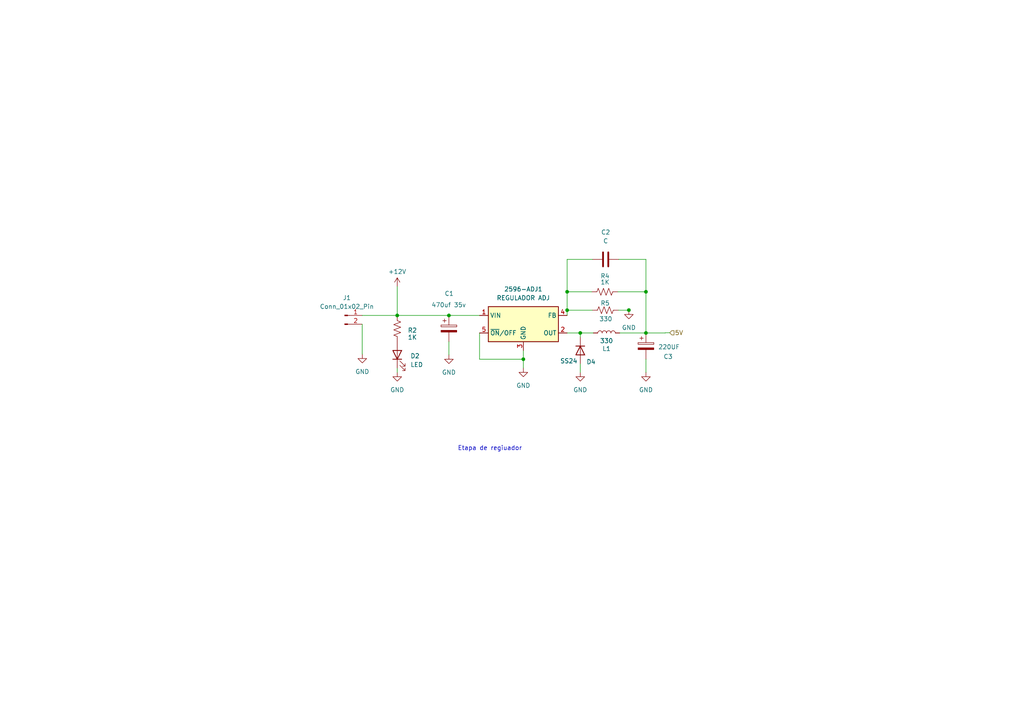
<source format=kicad_sch>
(kicad_sch (version 20230121) (generator eeschema)
  (paper "A4")
  (lib_symbols
    (symbol "Connector:Conn_01x02_Pin" (pin_names (offset 1.016) hide)
      (property "Reference" "J" (at 0 2.54 0))
      (property "Value" "Conn_01x02_Pin" (at 0 -5.08 0))
      (symbol "Conn_01x02_Pin_1_1"
        (polyline (pts (xy 1.27 -2.54) (xy 0.8636 -2.54)) (stroke (width 0.1524)))
        (polyline (pts (xy 1.27 0) (xy 0.8636 0)) (stroke (width 0.1524)))
        (rectangle (start 0.8636 -2.413) (end 0 -2.667) (stroke (width 0.1524)) (fill (type outline)))
        (rectangle (start 0.8636 0.127) (end 0 -0.127) (stroke (width 0.1524)) (fill (type outline)))
        (pin passive line (at 5.08 0 180) (length 3.81) (name "Pin_1") (number "1"))
        (pin passive line (at 5.08 -2.54 180) (length 3.81) (name "Pin_2") (number "2"))
      )
    )
    (symbol "Device:C" (pin_numbers hide) (pin_names (offset 0.254))
      (property "Reference" "C" (at 0.635 2.54 0))
      (property "Value" "C" (at 0.635 -2.54 0))
      (symbol "C_0_1"
        (polyline (pts (xy -2.032 -0.762) (xy 2.032 -0.762)) (stroke (width 0.508)))
        (polyline (pts (xy -2.032 0.762) (xy 2.032 0.762)) (stroke (width 0.508)))
      )
      (symbol "C_1_1"
        (pin passive line (at 0 3.81 270) (length 2.794) (name "~") (number "1"))
        (pin passive line (at 0 -3.81 90) (length 2.794) (name "~") (number "2"))
      )
    )
    (symbol "Device:C_Polarized" (pin_numbers hide) (pin_names (offset 0.254))
      (property "Reference" "C" (at 0.635 2.54 0))
      (property "Value" "C_Polarized" (at 0.635 -2.54 0))
      (symbol "C_Polarized_0_1"
        (rectangle (start -2.286 0.508) (end 2.286 1.016))
        (polyline (pts (xy -1.778 2.286) (xy -0.762 2.286)))
        (polyline (pts (xy -1.27 2.794) (xy -1.27 1.778)))
        (rectangle (start 2.286 -0.508) (end -2.286 -1.016) (fill (type outline)))
      )
      (symbol "C_Polarized_1_1"
        (pin passive line (at 0 3.81 270) (length 2.794) (name "~") (number "1"))
        (pin passive line (at 0 -3.81 90) (length 2.794) (name "~") (number "2"))
      )
    )
    (symbol "Device:L" (pin_numbers hide) (pin_names (offset 1.016) hide)
      (property "Reference" "L" (at -1.27 0 90))
      (property "Value" "L" (at 1.905 0 90))
      (symbol "L_0_1"
        (arc (start 0 -2.54) (mid 0.6323 -1.905) (end 0 -1.27))
        (arc (start 0 -1.27) (mid 0.6323 -0.635) (end 0 0))
        (arc (start 0 0) (mid 0.6323 0.635) (end 0 1.27))
        (arc (start 0 1.27) (mid 0.6323 1.905) (end 0 2.54))
      )
      (symbol "L_1_1"
        (pin passive line (at 0 3.81 270) (length 1.27) (name "1") (number "1"))
        (pin passive line (at 0 -3.81 90) (length 1.27) (name "2") (number "2"))
      )
    )
    (symbol "Device:LED" (pin_numbers hide) (pin_names (offset 1.016) hide)
      (property "Reference" "D" (at 0 2.54 0))
      (property "Value" "LED" (at 0 -2.54 0))
      (symbol "LED_0_1"
        (polyline (pts (xy -1.27 -1.27) (xy -1.27 1.27)) (stroke (width 0.254)))
        (polyline (pts (xy -1.27 0) (xy 1.27 0)))
        (polyline (pts (xy 1.27 -1.27) (xy 1.27 1.27) (xy -1.27 0) (xy 1.27 -1.27)) (stroke (width 0.254)))
        (polyline (pts (xy -3.048 -0.762) (xy -4.572 -2.286) (xy -3.81 -2.286) (xy -4.572 -2.286) (xy -4.572 -1.524)))
        (polyline (pts (xy -1.778 -0.762) (xy -3.302 -2.286) (xy -2.54 -2.286) (xy -3.302 -2.286) (xy -3.302 -1.524)))
      )
      (symbol "LED_1_1"
        (pin passive line (at -3.81 0 0) (length 2.54) (name "K") (number "1"))
        (pin passive line (at 3.81 0 180) (length 2.54) (name "A") (number "2"))
      )
    )
    (symbol "Device:R_US" (pin_numbers hide) (pin_names (offset 0))
      (property "Reference" "R" (at 2.54 0 90))
      (property "Value" "R_US" (at -2.54 0 90))
      (symbol "R_US_0_1"
        (polyline (pts (xy 0 -2.286) (xy 0 -2.54)))
        (polyline (pts (xy 0 2.286) (xy 0 2.54)))
        (polyline (pts (xy 0 -0.762) (xy 1.016 -1.143) (xy 0 -1.524) (xy -1.016 -1.905) (xy 0 -2.286)))
        (polyline (pts (xy 0 0.762) (xy 1.016 0.381) (xy 0 0) (xy -1.016 -0.381) (xy 0 -0.762)))
        (polyline (pts (xy 0 2.286) (xy 1.016 1.905) (xy 0 1.524) (xy -1.016 1.143) (xy 0 0.762)))
      )
      (symbol "R_US_1_1"
        (pin passive line (at 0 3.81 270) (length 1.27) (name "~") (number "1"))
        (pin passive line (at 0 -3.81 90) (length 1.27) (name "~") (number "2"))
      )
    )
    (symbol "Diode:US2MA" (pin_numbers hide) (pin_names (offset 1.016) hide)
      (property "Reference" "D" (at 0 2.54 0))
      (property "Value" "US2MA" (at 0 -2.54 0))
      (symbol "US2MA_0_1"
        (polyline (pts (xy -1.27 1.27) (xy -1.27 -1.27)) (stroke (width 0.254)))
        (polyline (pts (xy 1.27 0) (xy -1.27 0)))
        (polyline (pts (xy 1.27 1.27) (xy 1.27 -1.27) (xy -1.27 0) (xy 1.27 1.27)) (stroke (width 0.254)))
      )
      (symbol "US2MA_1_1"
        (pin passive line (at -3.81 0 0) (length 2.54) (name "K") (number "1"))
        (pin passive line (at 3.81 0 180) (length 2.54) (name "A") (number "2"))
      )
    )
    (symbol "Regulator_Switching:LM2596S-5"
      (property "Reference" "U" (at -10.16 6.35 0))
      (property "Value" "LM2596S-5" (at 0 6.35 0))
      (symbol "LM2596S-5_0_1"
        (rectangle (start -10.16 5.08) (end 10.16 -5.08) (stroke (width 0.254)) (fill (type background)))
      )
      (symbol "LM2596S-5_1_1"
        (pin power_in line (at -12.7 2.54 0) (length 2.54) (name "VIN") (number "1"))
        (pin output line (at 12.7 -2.54 180) (length 2.54) (name "OUT") (number "2"))
        (pin power_in line (at 0 -7.62 90) (length 2.54) (name "GND") (number "3"))
        (pin input line (at 12.7 2.54 180) (length 2.54) (name "FB") (number "4"))
        (pin input line (at -12.7 -2.54 0) (length 2.54) (name "~{ON}/OFF") (number "5"))
      )
    )
    (symbol "power:+12V" (power) (pin_names (offset 0))
      (property "Value" "+12V" (at 0 3.556 0))
      (symbol "+12V_0_1"
        (polyline (pts (xy -0.762 1.27) (xy 0 2.54)))
        (polyline (pts (xy 0 0) (xy 0 2.54)))
        (polyline (pts (xy 0 2.54) (xy 0.762 1.27)))
      )
      (symbol "+12V_1_1"
        (pin power_in line (at 0 0 90) (length 0) hide (name "+12V") (number "1"))
      )
    )
    (symbol "power:GND" (power) (pin_names (offset 0))
      (property "Value" "GND" (at 0 -3.81 0))
      (symbol "GND_0_1"
        (polyline (pts (xy 0 0) (xy 0 -1.27) (xy 1.27 -1.27) (xy 0 -2.54) (xy -1.27 -1.27) (xy 0 -1.27)))
      )
      (symbol "GND_1_1"
        (pin power_in line (at 0 0 270) (length 0) hide (name "GND") (number "1"))
      )
    )
  )
  (junction (at 182.3974 89.9414))
  (junction (at 187.3504 96.5708))
  (junction (at 164.4904 84.6328))
  (junction (at 130.2004 91.4908))
  (junction (at 115.2144 91.4908))
  (junction (at 187.3504 84.6328))
  (junction (at 168.3004 96.5708))
  (junction (at 164.4904 89.9668))
  (junction (at 151.7904 104.1908))
  (wire (pts (xy 187.3504 75.2348) (xy 187.3504 84.6328)))
  (wire (pts (xy 179.4002 89.9668) (xy 182.3974 89.9668)))
  (wire (pts (xy 139.0904 104.1908) (xy 151.7904 104.1908)))
  (wire (pts (xy 164.4904 84.6328) (xy 164.4904 89.9668)))
  (wire (pts (xy 105.0798 102.6668) (xy 105.0544 102.6668)))
  (wire (pts (xy 115.2144 91.4908) (xy 130.2004 91.4908)))
  (wire (pts (xy 164.4904 89.9668) (xy 171.7802 89.9668)))
  (wire (pts (xy 182.3974 89.916) (xy 182.3974 89.9414)))
  (wire (pts (xy 115.2144 91.4908) (xy 105.0544 91.4908)))
  (wire (pts (xy 105.0544 94.0308) (xy 105.0544 102.6668)))
  (wire (pts (xy 151.7904 101.6508) (xy 151.7904 104.1908)))
  (wire (pts (xy 182.3974 89.9414) (xy 182.3974 89.9668)))
  (wire (pts (xy 179.7304 96.5708) (xy 187.3504 96.5708)))
  (wire (pts (xy 187.3504 84.6328) (xy 187.3504 96.5708)))
  (wire (pts (xy 179.2224 84.6328) (xy 187.3504 84.6328)))
  (wire (pts (xy 115.2144 106.7308) (xy 115.2144 108.0008)))
  (wire (pts (xy 168.3004 96.5708) (xy 172.1104 96.5708)))
  (wire (pts (xy 105.0798 102.6668) (xy 105.0798 102.7176)))
  (wire (pts (xy 164.4904 75.2348) (xy 164.4904 84.6328)))
  (wire (pts (xy 115.2144 83.1088) (xy 115.2144 91.4908)))
  (wire (pts (xy 179.4764 75.2348) (xy 187.3504 75.2348)))
  (wire (pts (xy 164.4904 89.9668) (xy 164.4904 91.4908)))
  (wire (pts (xy 139.0904 96.5708) (xy 139.0904 104.1908)))
  (wire (pts (xy 187.3504 96.5708) (xy 192.9384 96.5708)))
  (wire (pts (xy 194.2338 96.52) (xy 192.9384 96.52)))
  (wire (pts (xy 171.8564 75.2348) (xy 164.4904 75.2348)))
  (wire (pts (xy 130.2004 99.1108) (xy 130.2004 102.9208)))
  (wire (pts (xy 187.3504 104.1908) (xy 187.3504 108.0008)))
  (wire (pts (xy 171.6024 84.6328) (xy 164.4904 84.6328)))
  (wire (pts (xy 164.4904 96.5708) (xy 168.3004 96.5708)))
  (wire (pts (xy 130.2004 91.4908) (xy 139.0904 91.4908)))
  (wire (pts (xy 192.9384 96.52) (xy 192.9384 96.5708)))
  (wire (pts (xy 168.3004 108.0008) (xy 168.3004 105.4608)))
  (wire (pts (xy 168.3004 97.8408) (xy 168.3004 96.5708)))
  (wire (pts (xy 151.7904 104.1908) (xy 151.7904 106.7308)))
  (text "Etapa de regiuador\n" (at 132.7404 130.8608 0) (effects (font (size 1.27 1.27)) (justify left bottom)))
  (hierarchical_label "5V" (shape input) (at 194.2338 96.52 0))
  (symbol (lib_id "power:GND") (at 168.3004 108.0008 0) (unit 1)
    (property "Reference" "#PWR06" (effects hide))
    (property "Value" "GND" (at 168.3004 113.0808 0))
    (instances (project "Barra de luz" (path "" (reference "#PWR06") (unit 1))) (project "ER-PROMEGA-SHIELD" (path "" (reference "#PWR08") (unit 1))))
  )
  (symbol (lib_id "power:GND") (at 187.3504 108.0008 0) (unit 1)
    (property "Reference" "#PWR08" (effects hide))
    (property "Value" "GND" (at 187.3504 113.0808 0))
    (instances (project "Barra de luz" (path "" (reference "#PWR08") (unit 1))) (project "ER-PROMEGA-SHIELD" (path "" (reference "#PWR09") (unit 1))))
  )
  (symbol (lib_id "power:+12V") (at 115.2144 83.1088 0) (unit 1)
    (property "Reference" "#PWR02" (effects hide))
    (property "Value" "+12V" (at 115.2144 78.7908 0))
    (instances (project "Barra de luz" (path "" (reference "#PWR02") (unit 1))) (project "ER-PROMEGA-SHIELD" (path "" (reference "#PWR04") (unit 1))))
  )
  (symbol (lib_id "power:GND") (at 105.0798 102.7176 0) (unit 1)
    (property "Reference" "#PWR01" (effects hide))
    (property "Value" "GND" (at 105.0798 107.7976 0))
    (instances (project "Barra de luz" (path "" (reference "#PWR01") (unit 1))) (project "ER-PROMEGA-SHIELD" (path "" (reference "#PWR03") (unit 1))))
  )
  (symbol (lib_id "Diode:US2MA") (at 168.3004 101.6508 270) (unit 1)
    (property "Reference" "D4" (at 170.0784 104.9528 90) (effects (justify left)))
    (property "Value" "SS24" (at 162.4584 104.6988 90) (effects (justify left)))
    (property "Footprint" "Diode_SMD:D_SMA" (effects hide))
    (property "Datasheet" "https://www.onsemi.com/pub/Collateral/US2AA-D.PDF" (effects hide))
    (instances (project "Barra de luz" (path "" (reference "D4") (unit 1)) (path "" (reference "D2") (unit 1))) (project "SCARAB-V1" (path "" (reference "D4") (unit 1))) (project "ER-PROMEGA-SHIELD" (path "" (reference "D2") (unit 1))))
  )
  (symbol (lib_id "Connector:Conn_01x02_Pin") (at 99.9744 91.4908 0) (unit 1)
    (property "Reference" "J1" (at 100.6094 86.371 0))
    (property "Value" "Conn_01x02_Pin" (at 100.6094 88.911 0))
    (property "Footprint" "Connector_PinHeader_2.54mm:PinHeader_1x02_P2.54mm_Vertical" (effects hide))
  )
  (symbol (lib_id "Device:C_Polarized") (at 187.3504 100.3808 0) (unit 1)
    (property "Reference" "C3" (at 192.4304 103.4288 0) (effects (justify left)))
    (property "Value" "220UF" (at 190.9064 100.6348 0) (effects (justify left)))
    (property "Footprint" "Capacitor_THT:CP_Radial_D6.3mm_P2.50mm" (effects hide))
  )
  (symbol (lib_id "Device:R_US") (at 115.2144 95.3008 0) (unit 1)
    (property "Reference" "R2" (at 118.2624 95.8088 0) (effects (justify left)))
    (property "Value" "1K" (at 118.2624 97.8408 0) (effects (justify left)))
    (property "Footprint" "Resistor_SMD:R_0603_1608Metric_Pad0.98x0.95mm_HandSolder" (effects hide))
    (instances (project "Barra de luz" (path "" (reference "R2") (unit 1)) (path "" (reference "R1") (unit 1))) (project "SCARAB-V1" (path "" (reference "R2") (unit 1))) (project "ER-PROMEGA-SHIELD" (path "" (reference "R1") (unit 1))))
  )
  (symbol (lib_id "Device:C") (at 175.6664 75.2348 90) (unit 1)
    (property "Reference" "C2" (at 175.6664 67.3608 90))
    (property "Value" "C" (at 175.6664 69.9008 90))
    (property "Footprint" "Capacitor_SMD:C_0603_1608Metric_Pad1.08x0.95mm_HandSolder" (effects hide))
  )
  (symbol (lib_id "power:GND") (at 182.3974 89.9414 0) (unit 1)
    (property "Reference" "#PWR07" (effects hide))
    (property "Value" "GND" (at 182.3974 95.0214 0))
    (instances (project "Barra de luz" (path "" (reference "#PWR07") (unit 1))) (project "ER-PROMEGA-SHIELD" (path "" (reference "#PWR08") (unit 1))))
  )
  (symbol (lib_id "Device:L") (at 175.9204 96.5708 90) (unit 1)
    (property "Reference" "L1" (at 175.9204 101.1428 90))
    (property "Value" "330" (at 175.9204 98.8568 90))
    (property "Footprint" "Inductor_SMD:L_Bourns-SRN1060" (effects hide))
  )
  (symbol (lib_id "Regulator_Switching:LM2596S-5") (at 151.7904 94.0308 0) (unit 1)
    (property "Reference" "2596-ADJ1" (at 151.7904 83.8708 0))
    (property "Value" "REGULADOR ADJ" (at 151.7904 86.4108 0))
    (property "Footprint" "Package_TO_SOT_SMD:TO-263-5_TabPin3" (effects hide))
    (property "Datasheet" "http://www.ti.com/lit/ds/symlink/lm2596.pdf" (effects hide))
  )
  (symbol (lib_id "Device:R_US") (at 175.5902 89.9668 90) (unit 1)
    (property "Reference" "R5" (at 176.8602 87.9348 90) (effects (justify left)))
    (property "Value" "330" (at 177.6222 92.5068 90) (effects (justify left)))
    (property "Footprint" "Resistor_SMD:R_0603_1608Metric_Pad0.98x0.95mm_HandSolder" (effects hide))
    (instances (project "Barra de luz" (path "" (reference "R5") (unit 1)) (path "" (reference "R3") (unit 1))) (project "SCARAB-V1" (path "" (reference "R5") (unit 1))) (project "ER-PROMEGA-SHIELD" (path "" (reference "R3") (unit 1))))
  )
  (symbol (lib_id "power:GND") (at 151.7904 106.7308 0) (unit 1)
    (property "Reference" "#PWR05" (effects hide))
    (property "Value" "GND" (at 151.7904 111.8108 0))
    (instances (project "Barra de luz" (path "" (reference "#PWR05") (unit 1))) (project "ER-PROMEGA-SHIELD" (path "" (reference "#PWR07") (unit 1))))
  )
  (symbol (lib_id "power:GND") (at 115.2144 108.0008 0) (unit 1)
    (property "Reference" "#PWR03" (effects hide))
    (property "Value" "GND" (at 115.2144 113.0808 0))
    (instances (project "Barra de luz" (path "" (reference "#PWR03") (unit 1))) (project "ER-PROMEGA-SHIELD" (path "" (reference "#PWR05") (unit 1))))
  )
  (symbol (lib_id "Device:LED") (at 115.2144 102.9208 90) (unit 1)
    (property "Reference" "D2" (at 119.0244 103.2382 90) (effects (justify right)))
    (property "Value" "LED" (at 119.0244 105.7782 90) (effects (justify right)))
    (property "Footprint" "Resistor_SMD:R_1206_3216Metric_Pad1.30x1.75mm_HandSolder" (effects hide))
    (instances (project "Barra de luz" (path "" (reference "D2") (unit 1)) (path "" (reference "D1") (unit 1))) (project "SCARAB-V1" (path "" (reference "D2") (unit 1))) (project "ER-PROMEGA-SHIELD" (path "" (reference "D1") (unit 1))))
  )
  (symbol (lib_id "Device:R_US") (at 175.4124 84.6328 270) (unit 1)
    (property "Reference" "R4" (at 174.1424 80.0608 90) (effects (justify left)))
    (property "Value" "1K" (at 174.1424 81.8388 90) (effects (justify left)))
    (property "Footprint" "Resistor_SMD:R_0603_1608Metric_Pad0.98x0.95mm_HandSolder" (effects hide))
    (instances (project "Barra de luz" (path "" (reference "R4") (unit 1)) (path "" (reference "R2") (unit 1))) (project "SCARAB-V1" (path "" (reference "R4") (unit 1))) (project "ER-PROMEGA-SHIELD" (path "" (reference "R2") (unit 1))))
  )
  (symbol (lib_id "power:GND") (at 130.2004 102.9208 0) (unit 1)
    (property "Reference" "#PWR04" (effects hide))
    (property "Value" "GND" (at 130.2004 108.0008 0))
    (instances (project "Barra de luz" (path "" (reference "#PWR04") (unit 1))) (project "ER-PROMEGA-SHIELD" (path "" (reference "#PWR06") (unit 1))))
  )
  (symbol (lib_id "Device:C_Polarized") (at 130.2004 95.3008 0) (unit 1)
    (property "Reference" "C1" (at 128.9304 85.1408 0) (effects (justify left)))
    (property "Value" "470uf 35v" (at 125.1204 88.4428 0) (effects (justify left)))
    (property "Footprint" "Capacitor_THT:CP_Radial_D6.3mm_P2.50mm" (effects hide))
  )
)
</source>
